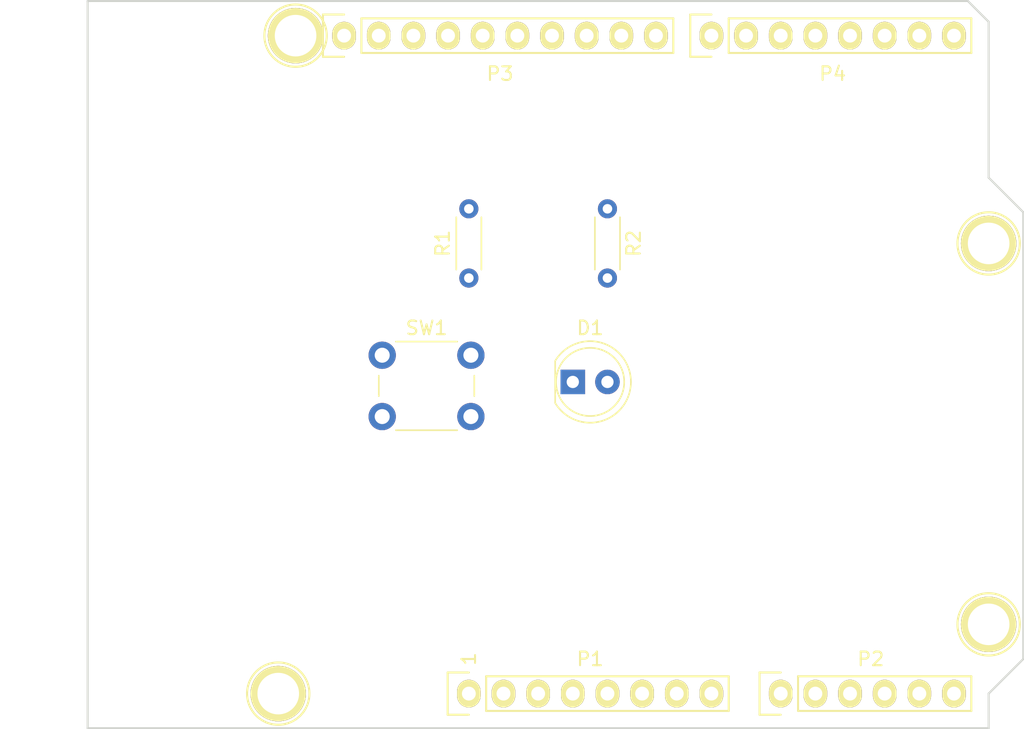
<source format=kicad_pcb>
(kicad_pcb (version 20171130) (host pcbnew "(5.0.0-3-g5ebb6b6)")

  (general
    (thickness 1.6)
    (drawings 27)
    (tracks 0)
    (zones 0)
    (modules 12)
    (nets 36)
  )

  (page A4)
  (title_block
    (title "Sample LED Switch")
    (date 2018-09-26)
    (rev 1.0)
  )

  (layers
    (0 F.Cu signal)
    (31 B.Cu signal)
    (32 B.Adhes user)
    (33 F.Adhes user)
    (34 B.Paste user)
    (35 F.Paste user)
    (36 B.SilkS user)
    (37 F.SilkS user)
    (38 B.Mask user)
    (39 F.Mask user)
    (40 Dwgs.User user)
    (41 Cmts.User user)
    (42 Eco1.User user)
    (43 Eco2.User user)
    (44 Edge.Cuts user)
    (45 Margin user)
    (46 B.CrtYd user)
    (47 F.CrtYd user)
    (48 B.Fab user)
    (49 F.Fab user)
  )

  (setup
    (last_trace_width 0.25)
    (trace_clearance 0.2)
    (zone_clearance 0.508)
    (zone_45_only no)
    (trace_min 0.2)
    (segment_width 0.15)
    (edge_width 0.15)
    (via_size 0.6)
    (via_drill 0.4)
    (via_min_size 0.4)
    (via_min_drill 0.3)
    (uvia_size 0.3)
    (uvia_drill 0.1)
    (uvias_allowed no)
    (uvia_min_size 0.2)
    (uvia_min_drill 0.1)
    (pcb_text_width 0.3)
    (pcb_text_size 1.5 1.5)
    (mod_edge_width 0.15)
    (mod_text_size 1 1)
    (mod_text_width 0.15)
    (pad_size 4.064 4.064)
    (pad_drill 3.048)
    (pad_to_mask_clearance 0)
    (aux_axis_origin 110.998 126.365)
    (grid_origin 110.998 126.365)
    (visible_elements FFFFFF7F)
    (pcbplotparams
      (layerselection 0x00030_80000001)
      (usegerberextensions false)
      (usegerberattributes false)
      (usegerberadvancedattributes false)
      (creategerberjobfile false)
      (excludeedgelayer true)
      (linewidth 0.100000)
      (plotframeref false)
      (viasonmask false)
      (mode 1)
      (useauxorigin false)
      (hpglpennumber 1)
      (hpglpenspeed 20)
      (hpglpendiameter 15.000000)
      (psnegative false)
      (psa4output false)
      (plotreference true)
      (plotvalue true)
      (plotinvisibletext false)
      (padsonsilk false)
      (subtractmaskfromsilk false)
      (outputformat 1)
      (mirror false)
      (drillshape 1)
      (scaleselection 1)
      (outputdirectory ""))
  )

  (net 0 "")
  (net 1 /IOREF)
  (net 2 /Reset)
  (net 3 +5V)
  (net 4 GND)
  (net 5 /Vin)
  (net 6 /A0)
  (net 7 /A1)
  (net 8 /A2)
  (net 9 /A3)
  (net 10 /AREF)
  (net 11 "/A4(SDA)")
  (net 12 "/A5(SCL)")
  (net 13 "/9(**)")
  (net 14 /8)
  (net 15 /7)
  (net 16 "/6(**)")
  (net 17 "/5(**)")
  (net 18 /4)
  (net 19 "/3(**)")
  (net 20 /2)
  (net 21 "/1(Tx)")
  (net 22 "/0(Rx)")
  (net 23 "Net-(P5-Pad1)")
  (net 24 "Net-(P6-Pad1)")
  (net 25 "Net-(P7-Pad1)")
  (net 26 "Net-(P8-Pad1)")
  (net 27 "/13(SCK)")
  (net 28 "/10(**/SS)")
  (net 29 "Net-(P1-Pad1)")
  (net 30 +3V3)
  (net 31 "/12(MISO)")
  (net 32 "/11(**/MOSI)")
  (net 33 "Net-(D1-Pad2)")
  (net 34 "/A5(SCL)*")
  (net 35 "/A4(SDA)*")

  (net_class Default "This is the default net class."
    (clearance 0.2)
    (trace_width 0.25)
    (via_dia 0.6)
    (via_drill 0.4)
    (uvia_dia 0.3)
    (uvia_drill 0.1)
    (add_net +3V3)
    (add_net +5V)
    (add_net "/0(Rx)")
    (add_net "/1(Tx)")
    (add_net "/10(**/SS)")
    (add_net "/11(**/MOSI)")
    (add_net "/12(MISO)")
    (add_net "/13(SCK)")
    (add_net /2)
    (add_net "/3(**)")
    (add_net /4)
    (add_net "/5(**)")
    (add_net "/6(**)")
    (add_net /7)
    (add_net /8)
    (add_net "/9(**)")
    (add_net /A0)
    (add_net /A1)
    (add_net /A2)
    (add_net /A3)
    (add_net "/A4(SDA)")
    (add_net "/A4(SDA)*")
    (add_net "/A5(SCL)")
    (add_net "/A5(SCL)*")
    (add_net /AREF)
    (add_net /IOREF)
    (add_net /Reset)
    (add_net /Vin)
    (add_net GND)
    (add_net "Net-(D1-Pad2)")
    (add_net "Net-(P1-Pad1)")
    (add_net "Net-(P5-Pad1)")
    (add_net "Net-(P6-Pad1)")
    (add_net "Net-(P7-Pad1)")
    (add_net "Net-(P8-Pad1)")
  )

  (module Socket_Arduino_Uno:Socket_Strip_Arduino_1x08 locked (layer F.Cu) (tedit 552168D2) (tstamp 551AF9EA)
    (at 138.938 123.825)
    (descr "Through hole socket strip")
    (tags "socket strip")
    (path /56D70129)
    (fp_text reference P1 (at 8.89 -2.54) (layer F.SilkS)
      (effects (font (size 1 1) (thickness 0.15)))
    )
    (fp_text value Power (at 8.89 -4.064) (layer F.Fab)
      (effects (font (size 1 1) (thickness 0.15)))
    )
    (fp_line (start -1.75 -1.75) (end -1.75 1.75) (layer F.CrtYd) (width 0.05))
    (fp_line (start 19.55 -1.75) (end 19.55 1.75) (layer F.CrtYd) (width 0.05))
    (fp_line (start -1.75 -1.75) (end 19.55 -1.75) (layer F.CrtYd) (width 0.05))
    (fp_line (start -1.75 1.75) (end 19.55 1.75) (layer F.CrtYd) (width 0.05))
    (fp_line (start 1.27 1.27) (end 19.05 1.27) (layer F.SilkS) (width 0.15))
    (fp_line (start 19.05 1.27) (end 19.05 -1.27) (layer F.SilkS) (width 0.15))
    (fp_line (start 19.05 -1.27) (end 1.27 -1.27) (layer F.SilkS) (width 0.15))
    (fp_line (start -1.55 1.55) (end 0 1.55) (layer F.SilkS) (width 0.15))
    (fp_line (start 1.27 1.27) (end 1.27 -1.27) (layer F.SilkS) (width 0.15))
    (fp_line (start 0 -1.55) (end -1.55 -1.55) (layer F.SilkS) (width 0.15))
    (fp_line (start -1.55 -1.55) (end -1.55 1.55) (layer F.SilkS) (width 0.15))
    (pad 1 thru_hole oval (at 0 0) (size 1.7272 2.032) (drill 1.016) (layers *.Cu *.Mask F.SilkS)
      (net 29 "Net-(P1-Pad1)"))
    (pad 2 thru_hole oval (at 2.54 0) (size 1.7272 2.032) (drill 1.016) (layers *.Cu *.Mask F.SilkS)
      (net 1 /IOREF))
    (pad 3 thru_hole oval (at 5.08 0) (size 1.7272 2.032) (drill 1.016) (layers *.Cu *.Mask F.SilkS)
      (net 2 /Reset))
    (pad 4 thru_hole oval (at 7.62 0) (size 1.7272 2.032) (drill 1.016) (layers *.Cu *.Mask F.SilkS)
      (net 30 +3V3))
    (pad 5 thru_hole oval (at 10.16 0) (size 1.7272 2.032) (drill 1.016) (layers *.Cu *.Mask F.SilkS)
      (net 3 +5V))
    (pad 6 thru_hole oval (at 12.7 0) (size 1.7272 2.032) (drill 1.016) (layers *.Cu *.Mask F.SilkS)
      (net 4 GND))
    (pad 7 thru_hole oval (at 15.24 0) (size 1.7272 2.032) (drill 1.016) (layers *.Cu *.Mask F.SilkS)
      (net 4 GND))
    (pad 8 thru_hole oval (at 17.78 0) (size 1.7272 2.032) (drill 1.016) (layers *.Cu *.Mask F.SilkS)
      (net 5 /Vin))
    (model ${KIPRJMOD}/Socket_Arduino_Uno.3dshapes/Socket_header_Arduino_1x08.wrl
      (offset (xyz 8.889999866485596 0 0))
      (scale (xyz 1 1 1))
      (rotate (xyz 0 0 180))
    )
  )

  (module Socket_Arduino_Uno:Socket_Strip_Arduino_1x06 locked (layer F.Cu) (tedit 552168D6) (tstamp 551AF9FF)
    (at 161.798 123.825)
    (descr "Through hole socket strip")
    (tags "socket strip")
    (path /56D70DD8)
    (fp_text reference P2 (at 6.604 -2.54) (layer F.SilkS)
      (effects (font (size 1 1) (thickness 0.15)))
    )
    (fp_text value Analog (at 6.604 -4.064) (layer F.Fab)
      (effects (font (size 1 1) (thickness 0.15)))
    )
    (fp_line (start -1.75 -1.75) (end -1.75 1.75) (layer F.CrtYd) (width 0.05))
    (fp_line (start 14.45 -1.75) (end 14.45 1.75) (layer F.CrtYd) (width 0.05))
    (fp_line (start -1.75 -1.75) (end 14.45 -1.75) (layer F.CrtYd) (width 0.05))
    (fp_line (start -1.75 1.75) (end 14.45 1.75) (layer F.CrtYd) (width 0.05))
    (fp_line (start 1.27 1.27) (end 13.97 1.27) (layer F.SilkS) (width 0.15))
    (fp_line (start 13.97 1.27) (end 13.97 -1.27) (layer F.SilkS) (width 0.15))
    (fp_line (start 13.97 -1.27) (end 1.27 -1.27) (layer F.SilkS) (width 0.15))
    (fp_line (start -1.55 1.55) (end 0 1.55) (layer F.SilkS) (width 0.15))
    (fp_line (start 1.27 1.27) (end 1.27 -1.27) (layer F.SilkS) (width 0.15))
    (fp_line (start 0 -1.55) (end -1.55 -1.55) (layer F.SilkS) (width 0.15))
    (fp_line (start -1.55 -1.55) (end -1.55 1.55) (layer F.SilkS) (width 0.15))
    (pad 1 thru_hole oval (at 0 0) (size 1.7272 2.032) (drill 1.016) (layers *.Cu *.Mask F.SilkS)
      (net 6 /A0))
    (pad 2 thru_hole oval (at 2.54 0) (size 1.7272 2.032) (drill 1.016) (layers *.Cu *.Mask F.SilkS)
      (net 7 /A1))
    (pad 3 thru_hole oval (at 5.08 0) (size 1.7272 2.032) (drill 1.016) (layers *.Cu *.Mask F.SilkS)
      (net 8 /A2))
    (pad 4 thru_hole oval (at 7.62 0) (size 1.7272 2.032) (drill 1.016) (layers *.Cu *.Mask F.SilkS)
      (net 9 /A3))
    (pad 5 thru_hole oval (at 10.16 0) (size 1.7272 2.032) (drill 1.016) (layers *.Cu *.Mask F.SilkS)
      (net 11 "/A4(SDA)"))
    (pad 6 thru_hole oval (at 12.7 0) (size 1.7272 2.032) (drill 1.016) (layers *.Cu *.Mask F.SilkS)
      (net 12 "/A5(SCL)"))
    (model ${KIPRJMOD}/Socket_Arduino_Uno.3dshapes/Socket_header_Arduino_1x06.wrl
      (offset (xyz 6.349999904632568 0 0))
      (scale (xyz 1 1 1))
      (rotate (xyz 0 0 180))
    )
  )

  (module Socket_Arduino_Uno:Socket_Strip_Arduino_1x10 locked (layer F.Cu) (tedit 552168BF) (tstamp 551AFA18)
    (at 129.794 75.565)
    (descr "Through hole socket strip")
    (tags "socket strip")
    (path /56D721E0)
    (fp_text reference P3 (at 11.43 2.794) (layer F.SilkS)
      (effects (font (size 1 1) (thickness 0.15)))
    )
    (fp_text value Digital (at 11.43 4.318) (layer F.Fab)
      (effects (font (size 1 1) (thickness 0.15)))
    )
    (fp_line (start -1.75 -1.75) (end -1.75 1.75) (layer F.CrtYd) (width 0.05))
    (fp_line (start 24.65 -1.75) (end 24.65 1.75) (layer F.CrtYd) (width 0.05))
    (fp_line (start -1.75 -1.75) (end 24.65 -1.75) (layer F.CrtYd) (width 0.05))
    (fp_line (start -1.75 1.75) (end 24.65 1.75) (layer F.CrtYd) (width 0.05))
    (fp_line (start 1.27 1.27) (end 24.13 1.27) (layer F.SilkS) (width 0.15))
    (fp_line (start 24.13 1.27) (end 24.13 -1.27) (layer F.SilkS) (width 0.15))
    (fp_line (start 24.13 -1.27) (end 1.27 -1.27) (layer F.SilkS) (width 0.15))
    (fp_line (start -1.55 1.55) (end 0 1.55) (layer F.SilkS) (width 0.15))
    (fp_line (start 1.27 1.27) (end 1.27 -1.27) (layer F.SilkS) (width 0.15))
    (fp_line (start 0 -1.55) (end -1.55 -1.55) (layer F.SilkS) (width 0.15))
    (fp_line (start -1.55 -1.55) (end -1.55 1.55) (layer F.SilkS) (width 0.15))
    (pad 1 thru_hole oval (at 0 0) (size 1.7272 2.032) (drill 1.016) (layers *.Cu *.Mask F.SilkS)
      (net 34 "/A5(SCL)*"))
    (pad 2 thru_hole oval (at 2.54 0) (size 1.7272 2.032) (drill 1.016) (layers *.Cu *.Mask F.SilkS)
      (net 35 "/A4(SDA)*"))
    (pad 3 thru_hole oval (at 5.08 0) (size 1.7272 2.032) (drill 1.016) (layers *.Cu *.Mask F.SilkS)
      (net 10 /AREF))
    (pad 4 thru_hole oval (at 7.62 0) (size 1.7272 2.032) (drill 1.016) (layers *.Cu *.Mask F.SilkS)
      (net 4 GND))
    (pad 5 thru_hole oval (at 10.16 0) (size 1.7272 2.032) (drill 1.016) (layers *.Cu *.Mask F.SilkS)
      (net 27 "/13(SCK)"))
    (pad 6 thru_hole oval (at 12.7 0) (size 1.7272 2.032) (drill 1.016) (layers *.Cu *.Mask F.SilkS)
      (net 31 "/12(MISO)"))
    (pad 7 thru_hole oval (at 15.24 0) (size 1.7272 2.032) (drill 1.016) (layers *.Cu *.Mask F.SilkS)
      (net 32 "/11(**/MOSI)"))
    (pad 8 thru_hole oval (at 17.78 0) (size 1.7272 2.032) (drill 1.016) (layers *.Cu *.Mask F.SilkS)
      (net 28 "/10(**/SS)"))
    (pad 9 thru_hole oval (at 20.32 0) (size 1.7272 2.032) (drill 1.016) (layers *.Cu *.Mask F.SilkS)
      (net 13 "/9(**)"))
    (pad 10 thru_hole oval (at 22.86 0) (size 1.7272 2.032) (drill 1.016) (layers *.Cu *.Mask F.SilkS)
      (net 14 /8))
    (model ${KIPRJMOD}/Socket_Arduino_Uno.3dshapes/Socket_header_Arduino_1x10.wrl
      (offset (xyz 11.42999982833862 0 0))
      (scale (xyz 1 1 1))
      (rotate (xyz 0 0 180))
    )
  )

  (module Socket_Arduino_Uno:Socket_Strip_Arduino_1x08 locked (layer F.Cu) (tedit 552168C7) (tstamp 551AFA2F)
    (at 156.718 75.565)
    (descr "Through hole socket strip")
    (tags "socket strip")
    (path /56D7164F)
    (fp_text reference P4 (at 8.89 2.794) (layer F.SilkS)
      (effects (font (size 1 1) (thickness 0.15)))
    )
    (fp_text value Digital (at 8.89 4.318) (layer F.Fab)
      (effects (font (size 1 1) (thickness 0.15)))
    )
    (fp_line (start -1.75 -1.75) (end -1.75 1.75) (layer F.CrtYd) (width 0.05))
    (fp_line (start 19.55 -1.75) (end 19.55 1.75) (layer F.CrtYd) (width 0.05))
    (fp_line (start -1.75 -1.75) (end 19.55 -1.75) (layer F.CrtYd) (width 0.05))
    (fp_line (start -1.75 1.75) (end 19.55 1.75) (layer F.CrtYd) (width 0.05))
    (fp_line (start 1.27 1.27) (end 19.05 1.27) (layer F.SilkS) (width 0.15))
    (fp_line (start 19.05 1.27) (end 19.05 -1.27) (layer F.SilkS) (width 0.15))
    (fp_line (start 19.05 -1.27) (end 1.27 -1.27) (layer F.SilkS) (width 0.15))
    (fp_line (start -1.55 1.55) (end 0 1.55) (layer F.SilkS) (width 0.15))
    (fp_line (start 1.27 1.27) (end 1.27 -1.27) (layer F.SilkS) (width 0.15))
    (fp_line (start 0 -1.55) (end -1.55 -1.55) (layer F.SilkS) (width 0.15))
    (fp_line (start -1.55 -1.55) (end -1.55 1.55) (layer F.SilkS) (width 0.15))
    (pad 1 thru_hole oval (at 0 0) (size 1.7272 2.032) (drill 1.016) (layers *.Cu *.Mask F.SilkS)
      (net 15 /7))
    (pad 2 thru_hole oval (at 2.54 0) (size 1.7272 2.032) (drill 1.016) (layers *.Cu *.Mask F.SilkS)
      (net 16 "/6(**)"))
    (pad 3 thru_hole oval (at 5.08 0) (size 1.7272 2.032) (drill 1.016) (layers *.Cu *.Mask F.SilkS)
      (net 17 "/5(**)"))
    (pad 4 thru_hole oval (at 7.62 0) (size 1.7272 2.032) (drill 1.016) (layers *.Cu *.Mask F.SilkS)
      (net 18 /4))
    (pad 5 thru_hole oval (at 10.16 0) (size 1.7272 2.032) (drill 1.016) (layers *.Cu *.Mask F.SilkS)
      (net 19 "/3(**)"))
    (pad 6 thru_hole oval (at 12.7 0) (size 1.7272 2.032) (drill 1.016) (layers *.Cu *.Mask F.SilkS)
      (net 20 /2))
    (pad 7 thru_hole oval (at 15.24 0) (size 1.7272 2.032) (drill 1.016) (layers *.Cu *.Mask F.SilkS)
      (net 21 "/1(Tx)"))
    (pad 8 thru_hole oval (at 17.78 0) (size 1.7272 2.032) (drill 1.016) (layers *.Cu *.Mask F.SilkS)
      (net 22 "/0(Rx)"))
    (model ${KIPRJMOD}/Socket_Arduino_Uno.3dshapes/Socket_header_Arduino_1x08.wrl
      (offset (xyz 8.889999866485596 0 0))
      (scale (xyz 1 1 1))
      (rotate (xyz 0 0 180))
    )
  )

  (module Socket_Arduino_Uno:Arduino_1pin locked (layer F.Cu) (tedit 5524FC39) (tstamp 5524FC3F)
    (at 124.968 123.825)
    (descr "module 1 pin (ou trou mecanique de percage)")
    (tags DEV)
    (path /56D71177)
    (fp_text reference P5 (at 0 -3.048) (layer F.SilkS) hide
      (effects (font (size 1 1) (thickness 0.15)))
    )
    (fp_text value CONN_01X01 (at 0 2.794) (layer F.Fab) hide
      (effects (font (size 1 1) (thickness 0.15)))
    )
    (fp_circle (center 0 0) (end 0 -2.286) (layer F.SilkS) (width 0.15))
    (pad 1 thru_hole circle (at 0 0) (size 4.064 4.064) (drill 3.048) (layers *.Cu *.Mask F.SilkS)
      (net 23 "Net-(P5-Pad1)"))
  )

  (module Socket_Arduino_Uno:Arduino_1pin locked (layer F.Cu) (tedit 5524FC4A) (tstamp 5524FC44)
    (at 177.038 118.745)
    (descr "module 1 pin (ou trou mecanique de percage)")
    (tags DEV)
    (path /56D71274)
    (fp_text reference P6 (at 0 -3.048) (layer F.SilkS) hide
      (effects (font (size 1 1) (thickness 0.15)))
    )
    (fp_text value CONN_01X01 (at 0 2.794) (layer F.Fab) hide
      (effects (font (size 1 1) (thickness 0.15)))
    )
    (fp_circle (center 0 0) (end 0 -2.286) (layer F.SilkS) (width 0.15))
    (pad 1 thru_hole circle (at 0 0) (size 4.064 4.064) (drill 3.048) (layers *.Cu *.Mask F.SilkS)
      (net 24 "Net-(P6-Pad1)"))
  )

  (module Socket_Arduino_Uno:Arduino_1pin locked (layer F.Cu) (tedit 5524FC2F) (tstamp 5524FC49)
    (at 126.238 75.565)
    (descr "module 1 pin (ou trou mecanique de percage)")
    (tags DEV)
    (path /56D712A8)
    (fp_text reference P7 (at 0 -3.048) (layer F.SilkS) hide
      (effects (font (size 1 1) (thickness 0.15)))
    )
    (fp_text value CONN_01X01 (at 0 2.794) (layer F.Fab) hide
      (effects (font (size 1 1) (thickness 0.15)))
    )
    (fp_circle (center 0 0) (end 0 -2.286) (layer F.SilkS) (width 0.15))
    (pad 1 thru_hole circle (at 0 0) (size 4.064 4.064) (drill 3.048) (layers *.Cu *.Mask F.SilkS)
      (net 25 "Net-(P7-Pad1)"))
  )

  (module Socket_Arduino_Uno:Arduino_1pin locked (layer F.Cu) (tedit 5524FC41) (tstamp 5524FC4E)
    (at 177.038 90.805)
    (descr "module 1 pin (ou trou mecanique de percage)")
    (tags DEV)
    (path /56D712DB)
    (fp_text reference P8 (at 0 -3.048) (layer F.SilkS) hide
      (effects (font (size 1 1) (thickness 0.15)))
    )
    (fp_text value CONN_01X01 (at 0 2.794) (layer F.Fab) hide
      (effects (font (size 1 1) (thickness 0.15)))
    )
    (fp_circle (center 0 0) (end 0 -2.286) (layer F.SilkS) (width 0.15))
    (pad 1 thru_hole circle (at 0 0) (size 4.064 4.064) (drill 3.048) (layers *.Cu *.Mask F.SilkS)
      (net 26 "Net-(P8-Pad1)"))
  )

  (module LED_THT:LED_D5.0mm (layer F.Cu) (tedit 5995936A) (tstamp 5BABB264)
    (at 146.558 100.965)
    (descr "LED, diameter 5.0mm, 2 pins, http://cdn-reichelt.de/documents/datenblatt/A500/LL-504BC2E-009.pdf")
    (tags "LED diameter 5.0mm 2 pins")
    (path /5BAAEA80)
    (fp_text reference D1 (at 1.27 -3.96) (layer F.SilkS)
      (effects (font (size 1 1) (thickness 0.15)))
    )
    (fp_text value LED (at 1.27 3.96) (layer F.Fab)
      (effects (font (size 1 1) (thickness 0.15)))
    )
    (fp_arc (start 1.27 0) (end -1.23 -1.469694) (angle 299.1) (layer F.Fab) (width 0.1))
    (fp_arc (start 1.27 0) (end -1.29 -1.54483) (angle 148.9) (layer F.SilkS) (width 0.12))
    (fp_arc (start 1.27 0) (end -1.29 1.54483) (angle -148.9) (layer F.SilkS) (width 0.12))
    (fp_circle (center 1.27 0) (end 3.77 0) (layer F.Fab) (width 0.1))
    (fp_circle (center 1.27 0) (end 3.77 0) (layer F.SilkS) (width 0.12))
    (fp_line (start -1.23 -1.469694) (end -1.23 1.469694) (layer F.Fab) (width 0.1))
    (fp_line (start -1.29 -1.545) (end -1.29 1.545) (layer F.SilkS) (width 0.12))
    (fp_line (start -1.95 -3.25) (end -1.95 3.25) (layer F.CrtYd) (width 0.05))
    (fp_line (start -1.95 3.25) (end 4.5 3.25) (layer F.CrtYd) (width 0.05))
    (fp_line (start 4.5 3.25) (end 4.5 -3.25) (layer F.CrtYd) (width 0.05))
    (fp_line (start 4.5 -3.25) (end -1.95 -3.25) (layer F.CrtYd) (width 0.05))
    (fp_text user %R (at 1.25 0) (layer F.Fab)
      (effects (font (size 0.8 0.8) (thickness 0.2)))
    )
    (pad 1 thru_hole rect (at 0 0) (size 1.8 1.8) (drill 0.9) (layers *.Cu *.Mask)
      (net 4 GND))
    (pad 2 thru_hole circle (at 2.54 0) (size 1.8 1.8) (drill 0.9) (layers *.Cu *.Mask)
      (net 33 "Net-(D1-Pad2)"))
    (model ${KISYS3DMOD}/LED_THT.3dshapes/LED_D5.0mm.wrl
      (at (xyz 0 0 0))
      (scale (xyz 1 1 1))
      (rotate (xyz 0 0 0))
    )
  )

  (module Resistors_THT:R_Axial_DIN0204_L3.6mm_D1.6mm_P5.08mm_Horizontal (layer F.Cu) (tedit 5AE5139B) (tstamp 5BABB3C0)
    (at 138.938 93.345 90)
    (descr "Resistor, Axial_DIN0204 series, Axial, Horizontal, pin pitch=5.08mm, 0.167W, length*diameter=3.6*1.6mm^2, http://cdn-reichelt.de/documents/datenblatt/B400/1_4W%23YAG.pdf")
    (tags "Resistor Axial_DIN0204 series Axial Horizontal pin pitch 5.08mm 0.167W length 3.6mm diameter 1.6mm")
    (path /5BAB2541)
    (fp_text reference R1 (at 2.54 -1.92 90) (layer F.SilkS)
      (effects (font (size 1 1) (thickness 0.15)))
    )
    (fp_text value 10K (at 2.54 1.92 90) (layer F.Fab)
      (effects (font (size 1 1) (thickness 0.15)))
    )
    (fp_text user %R (at 2.54 0 90) (layer F.Fab)
      (effects (font (size 0.72 0.72) (thickness 0.108)))
    )
    (fp_line (start 6.03 -1.05) (end -0.95 -1.05) (layer F.CrtYd) (width 0.05))
    (fp_line (start 6.03 1.05) (end 6.03 -1.05) (layer F.CrtYd) (width 0.05))
    (fp_line (start -0.95 1.05) (end 6.03 1.05) (layer F.CrtYd) (width 0.05))
    (fp_line (start -0.95 -1.05) (end -0.95 1.05) (layer F.CrtYd) (width 0.05))
    (fp_line (start 0.62 0.92) (end 4.46 0.92) (layer F.SilkS) (width 0.12))
    (fp_line (start 0.62 -0.92) (end 4.46 -0.92) (layer F.SilkS) (width 0.12))
    (fp_line (start 5.08 0) (end 4.34 0) (layer F.Fab) (width 0.1))
    (fp_line (start 0 0) (end 0.74 0) (layer F.Fab) (width 0.1))
    (fp_line (start 4.34 -0.8) (end 0.74 -0.8) (layer F.Fab) (width 0.1))
    (fp_line (start 4.34 0.8) (end 4.34 -0.8) (layer F.Fab) (width 0.1))
    (fp_line (start 0.74 0.8) (end 4.34 0.8) (layer F.Fab) (width 0.1))
    (fp_line (start 0.74 -0.8) (end 0.74 0.8) (layer F.Fab) (width 0.1))
    (pad 2 thru_hole oval (at 5.08 0 90) (size 1.4 1.4) (drill 0.7) (layers *.Cu *.Mask)
      (net 4 GND))
    (pad 1 thru_hole circle (at 0 0 90) (size 1.4 1.4) (drill 0.7) (layers *.Cu *.Mask)
      (net 14 /8))
    (model ${KISYS3DMOD}/Resistor_THT.3dshapes/R_Axial_DIN0204_L3.6mm_D1.6mm_P5.08mm_Horizontal.wrl
      (at (xyz 0 0 0))
      (scale (xyz 1 1 1))
      (rotate (xyz 0 0 0))
    )
  )

  (module Resistors_THT:R_Axial_DIN0204_L3.6mm_D1.6mm_P5.08mm_Horizontal (layer F.Cu) (tedit 5AE5139B) (tstamp 5BABB03F)
    (at 149.098 88.265 270)
    (descr "Resistor, Axial_DIN0204 series, Axial, Horizontal, pin pitch=5.08mm, 0.167W, length*diameter=3.6*1.6mm^2, http://cdn-reichelt.de/documents/datenblatt/B400/1_4W%23YAG.pdf")
    (tags "Resistor Axial_DIN0204 series Axial Horizontal pin pitch 5.08mm 0.167W length 3.6mm diameter 1.6mm")
    (path /5BAAEBB5)
    (fp_text reference R2 (at 2.54 -1.92 270) (layer F.SilkS)
      (effects (font (size 1 1) (thickness 0.15)))
    )
    (fp_text value 100 (at 2.54 1.92 270) (layer F.Fab)
      (effects (font (size 1 1) (thickness 0.15)))
    )
    (fp_line (start 0.74 -0.8) (end 0.74 0.8) (layer F.Fab) (width 0.1))
    (fp_line (start 0.74 0.8) (end 4.34 0.8) (layer F.Fab) (width 0.1))
    (fp_line (start 4.34 0.8) (end 4.34 -0.8) (layer F.Fab) (width 0.1))
    (fp_line (start 4.34 -0.8) (end 0.74 -0.8) (layer F.Fab) (width 0.1))
    (fp_line (start 0 0) (end 0.74 0) (layer F.Fab) (width 0.1))
    (fp_line (start 5.08 0) (end 4.34 0) (layer F.Fab) (width 0.1))
    (fp_line (start 0.62 -0.92) (end 4.46 -0.92) (layer F.SilkS) (width 0.12))
    (fp_line (start 0.62 0.92) (end 4.46 0.92) (layer F.SilkS) (width 0.12))
    (fp_line (start -0.95 -1.05) (end -0.95 1.05) (layer F.CrtYd) (width 0.05))
    (fp_line (start -0.95 1.05) (end 6.03 1.05) (layer F.CrtYd) (width 0.05))
    (fp_line (start 6.03 1.05) (end 6.03 -1.05) (layer F.CrtYd) (width 0.05))
    (fp_line (start 6.03 -1.05) (end -0.95 -1.05) (layer F.CrtYd) (width 0.05))
    (fp_text user %R (at 2.54 0 90) (layer F.Fab)
      (effects (font (size 0.72 0.72) (thickness 0.108)))
    )
    (pad 1 thru_hole circle (at 0 0 270) (size 1.4 1.4) (drill 0.7) (layers *.Cu *.Mask)
      (net 13 "/9(**)"))
    (pad 2 thru_hole oval (at 5.08 0 270) (size 1.4 1.4) (drill 0.7) (layers *.Cu *.Mask)
      (net 33 "Net-(D1-Pad2)"))
    (model ${KISYS3DMOD}/Resistor_THT.3dshapes/R_Axial_DIN0204_L3.6mm_D1.6mm_P5.08mm_Horizontal.wrl
      (at (xyz 0 0 0))
      (scale (xyz 1 1 1))
      (rotate (xyz 0 0 0))
    )
  )

  (module Button_Switch_THT:SW_PUSH_6mm_H7.3mm (layer F.Cu) (tedit 5A02FE31) (tstamp 5BABB05E)
    (at 132.588 99.005)
    (descr "tactile push button, 6x6mm e.g. PHAP33xx series, height=7.3mm")
    (tags "tact sw push 6mm")
    (path /5BAB0703)
    (fp_text reference SW1 (at 3.25 -2) (layer F.SilkS)
      (effects (font (size 1 1) (thickness 0.15)))
    )
    (fp_text value SW_Push (at 3.75 6.7) (layer F.Fab)
      (effects (font (size 1 1) (thickness 0.15)))
    )
    (fp_text user %R (at 3.25 2.25) (layer F.Fab)
      (effects (font (size 1 1) (thickness 0.15)))
    )
    (fp_line (start 3.25 -0.75) (end 6.25 -0.75) (layer F.Fab) (width 0.1))
    (fp_line (start 6.25 -0.75) (end 6.25 5.25) (layer F.Fab) (width 0.1))
    (fp_line (start 6.25 5.25) (end 0.25 5.25) (layer F.Fab) (width 0.1))
    (fp_line (start 0.25 5.25) (end 0.25 -0.75) (layer F.Fab) (width 0.1))
    (fp_line (start 0.25 -0.75) (end 3.25 -0.75) (layer F.Fab) (width 0.1))
    (fp_line (start 7.75 6) (end 8 6) (layer F.CrtYd) (width 0.05))
    (fp_line (start 8 6) (end 8 5.75) (layer F.CrtYd) (width 0.05))
    (fp_line (start 7.75 -1.5) (end 8 -1.5) (layer F.CrtYd) (width 0.05))
    (fp_line (start 8 -1.5) (end 8 -1.25) (layer F.CrtYd) (width 0.05))
    (fp_line (start -1.5 -1.25) (end -1.5 -1.5) (layer F.CrtYd) (width 0.05))
    (fp_line (start -1.5 -1.5) (end -1.25 -1.5) (layer F.CrtYd) (width 0.05))
    (fp_line (start -1.5 5.75) (end -1.5 6) (layer F.CrtYd) (width 0.05))
    (fp_line (start -1.5 6) (end -1.25 6) (layer F.CrtYd) (width 0.05))
    (fp_line (start -1.25 -1.5) (end 7.75 -1.5) (layer F.CrtYd) (width 0.05))
    (fp_line (start -1.5 5.75) (end -1.5 -1.25) (layer F.CrtYd) (width 0.05))
    (fp_line (start 7.75 6) (end -1.25 6) (layer F.CrtYd) (width 0.05))
    (fp_line (start 8 -1.25) (end 8 5.75) (layer F.CrtYd) (width 0.05))
    (fp_line (start 1 5.5) (end 5.5 5.5) (layer F.SilkS) (width 0.12))
    (fp_line (start -0.25 1.5) (end -0.25 3) (layer F.SilkS) (width 0.12))
    (fp_line (start 5.5 -1) (end 1 -1) (layer F.SilkS) (width 0.12))
    (fp_line (start 6.75 3) (end 6.75 1.5) (layer F.SilkS) (width 0.12))
    (fp_circle (center 3.25 2.25) (end 1.25 2.5) (layer F.Fab) (width 0.1))
    (pad 2 thru_hole circle (at 0 4.5 90) (size 2 2) (drill 1.1) (layers *.Cu *.Mask)
      (net 3 +5V))
    (pad 1 thru_hole circle (at 0 0 90) (size 2 2) (drill 1.1) (layers *.Cu *.Mask)
      (net 14 /8))
    (pad 2 thru_hole circle (at 6.5 4.5 90) (size 2 2) (drill 1.1) (layers *.Cu *.Mask)
      (net 3 +5V))
    (pad 1 thru_hole circle (at 6.5 0 90) (size 2 2) (drill 1.1) (layers *.Cu *.Mask)
      (net 14 /8))
    (model ${KISYS3DMOD}/Button_Switch_THT.3dshapes/SW_PUSH_6mm_H7.3mm.wrl
      (at (xyz 0 0 0))
      (scale (xyz 1 1 1))
      (rotate (xyz 0 0 0))
    )
  )

  (gr_text 1 (at 138.938 121.285 90) (layer F.SilkS)
    (effects (font (size 1 1) (thickness 0.15)))
  )
  (gr_circle (center 117.348 76.962) (end 118.618 76.962) (layer Dwgs.User) (width 0.15))
  (gr_line (start 114.427 78.994) (end 114.427 74.93) (angle 90) (layer Dwgs.User) (width 0.15))
  (gr_line (start 120.269 78.994) (end 114.427 78.994) (angle 90) (layer Dwgs.User) (width 0.15))
  (gr_line (start 120.269 74.93) (end 120.269 78.994) (angle 90) (layer Dwgs.User) (width 0.15))
  (gr_line (start 114.427 74.93) (end 120.269 74.93) (angle 90) (layer Dwgs.User) (width 0.15))
  (gr_line (start 120.523 93.98) (end 104.648 93.98) (angle 90) (layer Dwgs.User) (width 0.15))
  (gr_line (start 177.038 74.549) (end 175.514 73.025) (angle 90) (layer Edge.Cuts) (width 0.15))
  (gr_line (start 177.038 85.979) (end 177.038 74.549) (angle 90) (layer Edge.Cuts) (width 0.15))
  (gr_line (start 179.578 88.519) (end 177.038 85.979) (angle 90) (layer Edge.Cuts) (width 0.15))
  (gr_line (start 179.578 121.285) (end 179.578 88.519) (angle 90) (layer Edge.Cuts) (width 0.15))
  (gr_line (start 177.038 123.825) (end 179.578 121.285) (angle 90) (layer Edge.Cuts) (width 0.15))
  (gr_line (start 177.038 126.365) (end 177.038 123.825) (angle 90) (layer Edge.Cuts) (width 0.15))
  (gr_line (start 110.998 126.365) (end 177.038 126.365) (angle 90) (layer Edge.Cuts) (width 0.15))
  (gr_line (start 110.998 73.025) (end 110.998 126.365) (angle 90) (layer Edge.Cuts) (width 0.15))
  (gr_line (start 175.514 73.025) (end 110.998 73.025) (angle 90) (layer Edge.Cuts) (width 0.15))
  (gr_line (start 173.355 102.235) (end 173.355 94.615) (angle 90) (layer Dwgs.User) (width 0.15))
  (gr_line (start 178.435 102.235) (end 173.355 102.235) (angle 90) (layer Dwgs.User) (width 0.15))
  (gr_line (start 178.435 94.615) (end 178.435 102.235) (angle 90) (layer Dwgs.User) (width 0.15))
  (gr_line (start 173.355 94.615) (end 178.435 94.615) (angle 90) (layer Dwgs.User) (width 0.15))
  (gr_line (start 109.093 123.19) (end 109.093 114.3) (angle 90) (layer Dwgs.User) (width 0.15))
  (gr_line (start 122.428 123.19) (end 109.093 123.19) (angle 90) (layer Dwgs.User) (width 0.15))
  (gr_line (start 122.428 114.3) (end 122.428 123.19) (angle 90) (layer Dwgs.User) (width 0.15))
  (gr_line (start 109.093 114.3) (end 122.428 114.3) (angle 90) (layer Dwgs.User) (width 0.15))
  (gr_line (start 104.648 93.98) (end 104.648 82.55) (angle 90) (layer Dwgs.User) (width 0.15))
  (gr_line (start 120.523 82.55) (end 120.523 93.98) (angle 90) (layer Dwgs.User) (width 0.15))
  (gr_line (start 104.648 82.55) (end 120.523 82.55) (angle 90) (layer Dwgs.User) (width 0.15))

)

</source>
